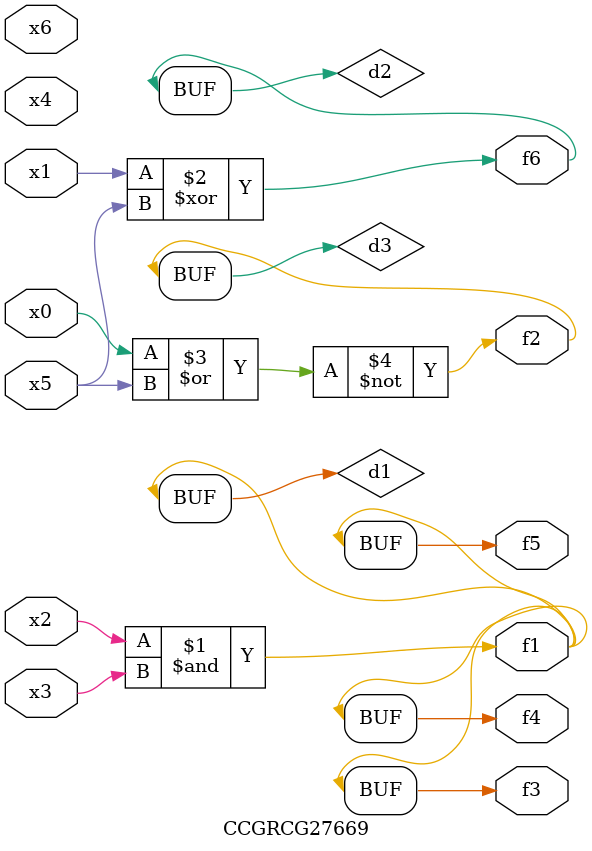
<source format=v>
module CCGRCG27669(
	input x0, x1, x2, x3, x4, x5, x6,
	output f1, f2, f3, f4, f5, f6
);

	wire d1, d2, d3;

	and (d1, x2, x3);
	xor (d2, x1, x5);
	nor (d3, x0, x5);
	assign f1 = d1;
	assign f2 = d3;
	assign f3 = d1;
	assign f4 = d1;
	assign f5 = d1;
	assign f6 = d2;
endmodule

</source>
